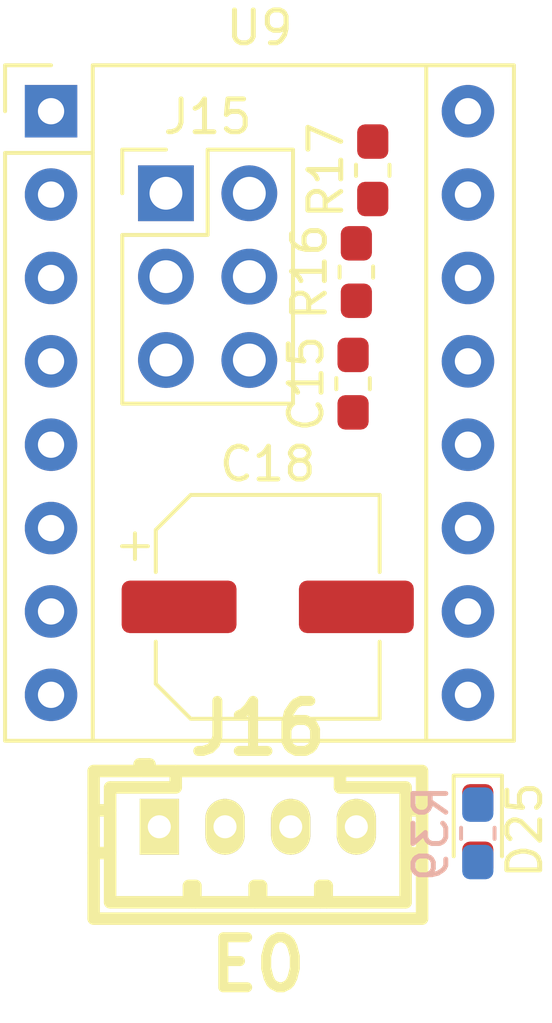
<source format=kicad_pcb>
(kicad_pcb (version 20171130) (host pcbnew 5.0.2-bee76a0~70~ubuntu18.04.1)

  (general
    (thickness 1.6)
    (drawings 0)
    (tracks 0)
    (zones 0)
    (modules 9)
    (nets 16)
  )

  (page A4)
  (layers
    (0 F.Cu signal)
    (31 B.Cu signal)
    (32 B.Adhes user)
    (33 F.Adhes user)
    (34 B.Paste user)
    (35 F.Paste user)
    (36 B.SilkS user)
    (37 F.SilkS user)
    (38 B.Mask user)
    (39 F.Mask user)
    (40 Dwgs.User user)
    (41 Cmts.User user)
    (42 Eco1.User user)
    (43 Eco2.User user)
    (44 Edge.Cuts user)
    (45 Margin user)
    (46 B.CrtYd user)
    (47 F.CrtYd user)
    (48 B.Fab user)
    (49 F.Fab user)
  )

  (setup
    (last_trace_width 0.25)
    (trace_clearance 0.2)
    (zone_clearance 0.508)
    (zone_45_only no)
    (trace_min 0.2)
    (segment_width 0.2)
    (edge_width 0.1)
    (via_size 0.8)
    (via_drill 0.4)
    (via_min_size 0.4)
    (via_min_drill 0.3)
    (uvia_size 0.3)
    (uvia_drill 0.1)
    (uvias_allowed no)
    (uvia_min_size 0.2)
    (uvia_min_drill 0.1)
    (pcb_text_width 0.3)
    (pcb_text_size 1.5 1.5)
    (mod_edge_width 0.15)
    (mod_text_size 1 1)
    (mod_text_width 0.15)
    (pad_size 1.5 1.5)
    (pad_drill 0.6)
    (pad_to_mask_clearance 0)
    (aux_axis_origin 0 0)
    (visible_elements FFFFEF7F)
    (pcbplotparams
      (layerselection 0x010fc_ffffffff)
      (usegerberextensions false)
      (usegerberattributes false)
      (usegerberadvancedattributes false)
      (creategerberjobfile false)
      (excludeedgelayer true)
      (linewidth 0.100000)
      (plotframeref false)
      (viasonmask false)
      (mode 1)
      (useauxorigin false)
      (hpglpennumber 1)
      (hpglpenspeed 20)
      (hpglpendiameter 15.000000)
      (psnegative false)
      (psa4output false)
      (plotreference true)
      (plotvalue true)
      (plotinvisibletext false)
      (padsonsilk false)
      (subtractmaskfromsilk false)
      (outputformat 1)
      (mirror false)
      (drillshape 1)
      (scaleselection 1)
      (outputdirectory ""))
  )

  (net 0 "")
  (net 1 "Net-(J16-Pad1)")
  (net 2 "Net-(J16-Pad3)")
  (net 3 "Net-(J16-Pad2)")
  (net 4 "Net-(J16-Pad4)")
  (net 5 /~E0_EN~)
  (net 6 GND)
  (net 7 "Net-(J15-Pad1)")
  (net 8 +3V3_STM32)
  (net 9 "Net-(J15-Pad3)")
  (net 10 "Net-(J15-Pad5)")
  (net 11 "Net-(U9-Pad5)")
  (net 12 /E0_STEP)
  (net 13 /E0_DIR)
  (net 14 +12V)
  (net 15 "Net-(D25-Pad2)")

  (net_class Default "This is the default net class."
    (clearance 0.2)
    (trace_width 0.25)
    (via_dia 0.8)
    (via_drill 0.4)
    (uvia_dia 0.3)
    (uvia_drill 0.1)
    (add_net +12V)
    (add_net +3V3_STM32)
    (add_net /E0_DIR)
    (add_net /E0_STEP)
    (add_net /~E0_EN~)
    (add_net GND)
    (add_net "Net-(D25-Pad2)")
    (add_net "Net-(J15-Pad1)")
    (add_net "Net-(J15-Pad3)")
    (add_net "Net-(J15-Pad5)")
    (add_net "Net-(J16-Pad1)")
    (add_net "Net-(J16-Pad2)")
    (add_net "Net-(J16-Pad3)")
    (add_net "Net-(J16-Pad4)")
    (add_net "Net-(U9-Pad5)")
  )

  (module Capacitor_SMD:CP_Elec_6.3x7.7 (layer F.Cu) (tedit 5BCA39D0) (tstamp 5CC88313)
    (at 11.9 30.3)
    (descr "SMD capacitor, aluminum electrolytic, Nichicon, 6.3x7.7mm")
    (tags "capacitor electrolytic")
    (path /5CC04D33)
    (attr smd)
    (fp_text reference C18 (at 0 -4.35) (layer F.SilkS)
      (effects (font (size 1 1) (thickness 0.15)))
    )
    (fp_text value CP100uf,25V (at 0 4.35) (layer F.Fab)
      (effects (font (size 1 1) (thickness 0.15)))
    )
    (fp_circle (center 0 0) (end 3.15 0) (layer F.Fab) (width 0.1))
    (fp_line (start 3.3 -3.3) (end 3.3 3.3) (layer F.Fab) (width 0.1))
    (fp_line (start -2.3 -3.3) (end 3.3 -3.3) (layer F.Fab) (width 0.1))
    (fp_line (start -2.3 3.3) (end 3.3 3.3) (layer F.Fab) (width 0.1))
    (fp_line (start -3.3 -2.3) (end -3.3 2.3) (layer F.Fab) (width 0.1))
    (fp_line (start -3.3 -2.3) (end -2.3 -3.3) (layer F.Fab) (width 0.1))
    (fp_line (start -3.3 2.3) (end -2.3 3.3) (layer F.Fab) (width 0.1))
    (fp_line (start -2.704838 -1.33) (end -2.074838 -1.33) (layer F.Fab) (width 0.1))
    (fp_line (start -2.389838 -1.645) (end -2.389838 -1.015) (layer F.Fab) (width 0.1))
    (fp_line (start 3.41 3.41) (end 3.41 1.06) (layer F.SilkS) (width 0.12))
    (fp_line (start 3.41 -3.41) (end 3.41 -1.06) (layer F.SilkS) (width 0.12))
    (fp_line (start -2.345563 -3.41) (end 3.41 -3.41) (layer F.SilkS) (width 0.12))
    (fp_line (start -2.345563 3.41) (end 3.41 3.41) (layer F.SilkS) (width 0.12))
    (fp_line (start -3.41 2.345563) (end -3.41 1.06) (layer F.SilkS) (width 0.12))
    (fp_line (start -3.41 -2.345563) (end -3.41 -1.06) (layer F.SilkS) (width 0.12))
    (fp_line (start -3.41 -2.345563) (end -2.345563 -3.41) (layer F.SilkS) (width 0.12))
    (fp_line (start -3.41 2.345563) (end -2.345563 3.41) (layer F.SilkS) (width 0.12))
    (fp_line (start -4.4375 -1.8475) (end -3.65 -1.8475) (layer F.SilkS) (width 0.12))
    (fp_line (start -4.04375 -2.24125) (end -4.04375 -1.45375) (layer F.SilkS) (width 0.12))
    (fp_line (start 3.55 -3.55) (end 3.55 -1.05) (layer F.CrtYd) (width 0.05))
    (fp_line (start 3.55 -1.05) (end 4.7 -1.05) (layer F.CrtYd) (width 0.05))
    (fp_line (start 4.7 -1.05) (end 4.7 1.05) (layer F.CrtYd) (width 0.05))
    (fp_line (start 4.7 1.05) (end 3.55 1.05) (layer F.CrtYd) (width 0.05))
    (fp_line (start 3.55 1.05) (end 3.55 3.55) (layer F.CrtYd) (width 0.05))
    (fp_line (start -2.4 3.55) (end 3.55 3.55) (layer F.CrtYd) (width 0.05))
    (fp_line (start -2.4 -3.55) (end 3.55 -3.55) (layer F.CrtYd) (width 0.05))
    (fp_line (start -3.55 2.4) (end -2.4 3.55) (layer F.CrtYd) (width 0.05))
    (fp_line (start -3.55 -2.4) (end -2.4 -3.55) (layer F.CrtYd) (width 0.05))
    (fp_line (start -3.55 -2.4) (end -3.55 -1.05) (layer F.CrtYd) (width 0.05))
    (fp_line (start -3.55 1.05) (end -3.55 2.4) (layer F.CrtYd) (width 0.05))
    (fp_line (start -3.55 -1.05) (end -4.7 -1.05) (layer F.CrtYd) (width 0.05))
    (fp_line (start -4.7 -1.05) (end -4.7 1.05) (layer F.CrtYd) (width 0.05))
    (fp_line (start -4.7 1.05) (end -3.55 1.05) (layer F.CrtYd) (width 0.05))
    (fp_text user %R (at 0 0) (layer F.Fab)
      (effects (font (size 1 1) (thickness 0.15)))
    )
    (pad 1 smd roundrect (at -2.7 0) (size 3.5 1.6) (layers F.Cu F.Paste F.Mask) (roundrect_rratio 0.15625)
      (net 14 +12V))
    (pad 2 smd roundrect (at 2.7 0) (size 3.5 1.6) (layers F.Cu F.Paste F.Mask) (roundrect_rratio 0.15625)
      (net 6 GND))
    (model ${KISYS3DMOD}/Capacitor_SMD.3dshapes/CP_Elec_6.3x7.7.wrl
      (at (xyz 0 0 0))
      (scale (xyz 1 1 1))
      (rotate (xyz 0 0 0))
    )
  )

  (module Capacitor_SMD:C_0603_1608Metric_Pad1.05x0.95mm_HandSolder (layer F.Cu) (tedit 5B301BBE) (tstamp 5CC882EB)
    (at 14.5 23.5 90)
    (descr "Capacitor SMD 0603 (1608 Metric), square (rectangular) end terminal, IPC_7351 nominal with elongated pad for handsoldering. (Body size source: http://www.tortai-tech.com/upload/download/2011102023233369053.pdf), generated with kicad-footprint-generator")
    (tags "capacitor handsolder")
    (path /5CC8EC71)
    (attr smd)
    (fp_text reference C15 (at 0 -1.43 90) (layer F.SilkS)
      (effects (font (size 1 1) (thickness 0.15)))
    )
    (fp_text value C104,0603 (at 0 1.43 90) (layer F.Fab)
      (effects (font (size 1 1) (thickness 0.15)))
    )
    (fp_line (start -0.8 0.4) (end -0.8 -0.4) (layer F.Fab) (width 0.1))
    (fp_line (start -0.8 -0.4) (end 0.8 -0.4) (layer F.Fab) (width 0.1))
    (fp_line (start 0.8 -0.4) (end 0.8 0.4) (layer F.Fab) (width 0.1))
    (fp_line (start 0.8 0.4) (end -0.8 0.4) (layer F.Fab) (width 0.1))
    (fp_line (start -0.171267 -0.51) (end 0.171267 -0.51) (layer F.SilkS) (width 0.12))
    (fp_line (start -0.171267 0.51) (end 0.171267 0.51) (layer F.SilkS) (width 0.12))
    (fp_line (start -1.65 0.73) (end -1.65 -0.73) (layer F.CrtYd) (width 0.05))
    (fp_line (start -1.65 -0.73) (end 1.65 -0.73) (layer F.CrtYd) (width 0.05))
    (fp_line (start 1.65 -0.73) (end 1.65 0.73) (layer F.CrtYd) (width 0.05))
    (fp_line (start 1.65 0.73) (end -1.65 0.73) (layer F.CrtYd) (width 0.05))
    (fp_text user %R (at 0 0 90) (layer F.Fab)
      (effects (font (size 0.4 0.4) (thickness 0.06)))
    )
    (pad 1 smd roundrect (at -0.875 0 90) (size 1.05 0.95) (layers F.Cu F.Paste F.Mask) (roundrect_rratio 0.25)
      (net 6 GND))
    (pad 2 smd roundrect (at 0.875 0 90) (size 1.05 0.95) (layers F.Cu F.Paste F.Mask) (roundrect_rratio 0.25)
      (net 8 +3V3_STM32))
    (model ${KISYS3DMOD}/Capacitor_SMD.3dshapes/C_0603_1608Metric.wrl
      (at (xyz 0 0 0))
      (scale (xyz 1 1 1))
      (rotate (xyz 0 0 0))
    )
  )

  (module Connector_PinHeader_2.54mm:PinHeader_2x03_P2.54mm_Vertical (layer F.Cu) (tedit 59FED5CC) (tstamp 5CC882DA)
    (at 8.8 17.7)
    (descr "Through hole straight pin header, 2x03, 2.54mm pitch, double rows")
    (tags "Through hole pin header THT 2x03 2.54mm double row")
    (path /5CC04CDD)
    (fp_text reference J15 (at 1.27 -2.33) (layer F.SilkS)
      (effects (font (size 1 1) (thickness 0.15)))
    )
    (fp_text value MS_SELECT (at 1.27 7.41) (layer F.Fab)
      (effects (font (size 1 1) (thickness 0.15)))
    )
    (fp_line (start 0 -1.27) (end 3.81 -1.27) (layer F.Fab) (width 0.1))
    (fp_line (start 3.81 -1.27) (end 3.81 6.35) (layer F.Fab) (width 0.1))
    (fp_line (start 3.81 6.35) (end -1.27 6.35) (layer F.Fab) (width 0.1))
    (fp_line (start -1.27 6.35) (end -1.27 0) (layer F.Fab) (width 0.1))
    (fp_line (start -1.27 0) (end 0 -1.27) (layer F.Fab) (width 0.1))
    (fp_line (start -1.33 6.41) (end 3.87 6.41) (layer F.SilkS) (width 0.12))
    (fp_line (start -1.33 1.27) (end -1.33 6.41) (layer F.SilkS) (width 0.12))
    (fp_line (start 3.87 -1.33) (end 3.87 6.41) (layer F.SilkS) (width 0.12))
    (fp_line (start -1.33 1.27) (end 1.27 1.27) (layer F.SilkS) (width 0.12))
    (fp_line (start 1.27 1.27) (end 1.27 -1.33) (layer F.SilkS) (width 0.12))
    (fp_line (start 1.27 -1.33) (end 3.87 -1.33) (layer F.SilkS) (width 0.12))
    (fp_line (start -1.33 0) (end -1.33 -1.33) (layer F.SilkS) (width 0.12))
    (fp_line (start -1.33 -1.33) (end 0 -1.33) (layer F.SilkS) (width 0.12))
    (fp_line (start -1.8 -1.8) (end -1.8 6.85) (layer F.CrtYd) (width 0.05))
    (fp_line (start -1.8 6.85) (end 4.35 6.85) (layer F.CrtYd) (width 0.05))
    (fp_line (start 4.35 6.85) (end 4.35 -1.8) (layer F.CrtYd) (width 0.05))
    (fp_line (start 4.35 -1.8) (end -1.8 -1.8) (layer F.CrtYd) (width 0.05))
    (fp_text user %R (at 1.27 2.54 90) (layer F.Fab)
      (effects (font (size 1 1) (thickness 0.15)))
    )
    (pad 1 thru_hole rect (at 0 0) (size 1.7 1.7) (drill 1) (layers *.Cu *.Mask)
      (net 7 "Net-(J15-Pad1)"))
    (pad 2 thru_hole oval (at 2.54 0) (size 1.7 1.7) (drill 1) (layers *.Cu *.Mask)
      (net 8 +3V3_STM32))
    (pad 3 thru_hole oval (at 0 2.54) (size 1.7 1.7) (drill 1) (layers *.Cu *.Mask)
      (net 9 "Net-(J15-Pad3)"))
    (pad 4 thru_hole oval (at 2.54 2.54) (size 1.7 1.7) (drill 1) (layers *.Cu *.Mask)
      (net 8 +3V3_STM32))
    (pad 5 thru_hole oval (at 0 5.08) (size 1.7 1.7) (drill 1) (layers *.Cu *.Mask)
      (net 10 "Net-(J15-Pad5)"))
    (pad 6 thru_hole oval (at 2.54 5.08) (size 1.7 1.7) (drill 1) (layers *.Cu *.Mask)
      (net 8 +3V3_STM32))
    (model ${KISYS3DMOD}/Connector_PinHeader_2.54mm.3dshapes/PinHeader_2x03_P2.54mm_Vertical.wrl
      (at (xyz 0 0 0))
      (scale (xyz 1 1 1))
      (rotate (xyz 0 0 0))
    )
  )

  (module LED_SMD:LED_0603_1608Metric_Pad1.05x0.95mm_HandSolder (layer F.Cu) (tedit 5B4B45C9) (tstamp 5CC882BE)
    (at 18.3 37.1 270)
    (descr "LED SMD 0603 (1608 Metric), square (rectangular) end terminal, IPC_7351 nominal, (Body size source: http://www.tortai-tech.com/upload/download/2011102023233369053.pdf), generated with kicad-footprint-generator")
    (tags "LED handsolder")
    (path /5CC4C265)
    (attr smd)
    (fp_text reference D25 (at 0 -1.43 270) (layer F.SilkS)
      (effects (font (size 1 1) (thickness 0.15)))
    )
    (fp_text value LED_BLUE,0603 (at 0 1.43 270) (layer F.Fab)
      (effects (font (size 1 1) (thickness 0.15)))
    )
    (fp_line (start 0.8 -0.4) (end -0.5 -0.4) (layer F.Fab) (width 0.1))
    (fp_line (start -0.5 -0.4) (end -0.8 -0.1) (layer F.Fab) (width 0.1))
    (fp_line (start -0.8 -0.1) (end -0.8 0.4) (layer F.Fab) (width 0.1))
    (fp_line (start -0.8 0.4) (end 0.8 0.4) (layer F.Fab) (width 0.1))
    (fp_line (start 0.8 0.4) (end 0.8 -0.4) (layer F.Fab) (width 0.1))
    (fp_line (start 0.8 -0.735) (end -1.66 -0.735) (layer F.SilkS) (width 0.12))
    (fp_line (start -1.66 -0.735) (end -1.66 0.735) (layer F.SilkS) (width 0.12))
    (fp_line (start -1.66 0.735) (end 0.8 0.735) (layer F.SilkS) (width 0.12))
    (fp_line (start -1.65 0.73) (end -1.65 -0.73) (layer F.CrtYd) (width 0.05))
    (fp_line (start -1.65 -0.73) (end 1.65 -0.73) (layer F.CrtYd) (width 0.05))
    (fp_line (start 1.65 -0.73) (end 1.65 0.73) (layer F.CrtYd) (width 0.05))
    (fp_line (start 1.65 0.73) (end -1.65 0.73) (layer F.CrtYd) (width 0.05))
    (fp_text user %R (at 0 0 270) (layer F.Fab)
      (effects (font (size 0.4 0.4) (thickness 0.06)))
    )
    (pad 1 smd roundrect (at -0.875 0 270) (size 1.05 0.95) (layers F.Cu F.Paste F.Mask) (roundrect_rratio 0.25)
      (net 5 /~E0_EN~))
    (pad 2 smd roundrect (at 0.875 0 270) (size 1.05 0.95) (layers F.Cu F.Paste F.Mask) (roundrect_rratio 0.25)
      (net 15 "Net-(D25-Pad2)"))
    (model ${KISYS3DMOD}/LED_SMD.3dshapes/LED_0603_1608Metric.wrl
      (at (xyz 0 0 0))
      (scale (xyz 1 1 1))
      (rotate (xyz 0 0 0))
    )
  )

  (module Resistor_SMD:R_0603_1608Metric_Pad1.05x0.95mm_HandSolder (layer B.Cu) (tedit 5B301BBD) (tstamp 5CC882AB)
    (at 18.3 37.2 270)
    (descr "Resistor SMD 0603 (1608 Metric), square (rectangular) end terminal, IPC_7351 nominal with elongated pad for handsoldering. (Body size source: http://www.tortai-tech.com/upload/download/2011102023233369053.pdf), generated with kicad-footprint-generator")
    (tags "resistor handsolder")
    (path /5CC4C25E)
    (attr smd)
    (fp_text reference R39 (at 0 1.43 270) (layer B.SilkS)
      (effects (font (size 1 1) (thickness 0.15)) (justify mirror))
    )
    (fp_text value R102,0603 (at 0 -1.43 270) (layer B.Fab)
      (effects (font (size 1 1) (thickness 0.15)) (justify mirror))
    )
    (fp_line (start -0.8 -0.4) (end -0.8 0.4) (layer B.Fab) (width 0.1))
    (fp_line (start -0.8 0.4) (end 0.8 0.4) (layer B.Fab) (width 0.1))
    (fp_line (start 0.8 0.4) (end 0.8 -0.4) (layer B.Fab) (width 0.1))
    (fp_line (start 0.8 -0.4) (end -0.8 -0.4) (layer B.Fab) (width 0.1))
    (fp_line (start -0.171267 0.51) (end 0.171267 0.51) (layer B.SilkS) (width 0.12))
    (fp_line (start -0.171267 -0.51) (end 0.171267 -0.51) (layer B.SilkS) (width 0.12))
    (fp_line (start -1.65 -0.73) (end -1.65 0.73) (layer B.CrtYd) (width 0.05))
    (fp_line (start -1.65 0.73) (end 1.65 0.73) (layer B.CrtYd) (width 0.05))
    (fp_line (start 1.65 0.73) (end 1.65 -0.73) (layer B.CrtYd) (width 0.05))
    (fp_line (start 1.65 -0.73) (end -1.65 -0.73) (layer B.CrtYd) (width 0.05))
    (fp_text user %R (at 0 0 270) (layer B.Fab)
      (effects (font (size 0.4 0.4) (thickness 0.06)) (justify mirror))
    )
    (pad 1 smd roundrect (at -0.875 0 270) (size 1.05 0.95) (layers B.Cu B.Paste B.Mask) (roundrect_rratio 0.25)
      (net 8 +3V3_STM32))
    (pad 2 smd roundrect (at 0.875 0 270) (size 1.05 0.95) (layers B.Cu B.Paste B.Mask) (roundrect_rratio 0.25)
      (net 15 "Net-(D25-Pad2)"))
    (model ${KISYS3DMOD}/Resistor_SMD.3dshapes/R_0603_1608Metric.wrl
      (at (xyz 0 0 0))
      (scale (xyz 1 1 1))
      (rotate (xyz 0 0 0))
    )
  )

  (module Resistor_SMD:R_0603_1608Metric_Pad1.05x0.95mm_HandSolder (layer F.Cu) (tedit 5B301BBD) (tstamp 5CC8829A)
    (at 15.1 17 90)
    (descr "Resistor SMD 0603 (1608 Metric), square (rectangular) end terminal, IPC_7351 nominal with elongated pad for handsoldering. (Body size source: http://www.tortai-tech.com/upload/download/2011102023233369053.pdf), generated with kicad-footprint-generator")
    (tags "resistor handsolder")
    (path /5CC04CC7)
    (attr smd)
    (fp_text reference R17 (at 0 -1.43 90) (layer F.SilkS)
      (effects (font (size 1 1) (thickness 0.15)))
    )
    (fp_text value R103,0603 (at 0 1.43 90) (layer F.Fab)
      (effects (font (size 1 1) (thickness 0.15)))
    )
    (fp_text user %R (at 0 0 90) (layer F.Fab)
      (effects (font (size 0.4 0.4) (thickness 0.06)))
    )
    (fp_line (start 1.65 0.73) (end -1.65 0.73) (layer F.CrtYd) (width 0.05))
    (fp_line (start 1.65 -0.73) (end 1.65 0.73) (layer F.CrtYd) (width 0.05))
    (fp_line (start -1.65 -0.73) (end 1.65 -0.73) (layer F.CrtYd) (width 0.05))
    (fp_line (start -1.65 0.73) (end -1.65 -0.73) (layer F.CrtYd) (width 0.05))
    (fp_line (start -0.171267 0.51) (end 0.171267 0.51) (layer F.SilkS) (width 0.12))
    (fp_line (start -0.171267 -0.51) (end 0.171267 -0.51) (layer F.SilkS) (width 0.12))
    (fp_line (start 0.8 0.4) (end -0.8 0.4) (layer F.Fab) (width 0.1))
    (fp_line (start 0.8 -0.4) (end 0.8 0.4) (layer F.Fab) (width 0.1))
    (fp_line (start -0.8 -0.4) (end 0.8 -0.4) (layer F.Fab) (width 0.1))
    (fp_line (start -0.8 0.4) (end -0.8 -0.4) (layer F.Fab) (width 0.1))
    (pad 2 smd roundrect (at 0.875 0 90) (size 1.05 0.95) (layers F.Cu F.Paste F.Mask) (roundrect_rratio 0.25)
      (net 5 /~E0_EN~))
    (pad 1 smd roundrect (at -0.875 0 90) (size 1.05 0.95) (layers F.Cu F.Paste F.Mask) (roundrect_rratio 0.25)
      (net 8 +3V3_STM32))
    (model ${KISYS3DMOD}/Resistor_SMD.3dshapes/R_0603_1608Metric.wrl
      (at (xyz 0 0 0))
      (scale (xyz 1 1 1))
      (rotate (xyz 0 0 0))
    )
  )

  (module Resistor_SMD:R_0603_1608Metric_Pad1.05x0.95mm_HandSolder (layer F.Cu) (tedit 5B301BBD) (tstamp 5CC88289)
    (at 14.6 20.1 90)
    (descr "Resistor SMD 0603 (1608 Metric), square (rectangular) end terminal, IPC_7351 nominal with elongated pad for handsoldering. (Body size source: http://www.tortai-tech.com/upload/download/2011102023233369053.pdf), generated with kicad-footprint-generator")
    (tags "resistor handsolder")
    (path /5CC04CD4)
    (attr smd)
    (fp_text reference R16 (at 0 -1.43 90) (layer F.SilkS)
      (effects (font (size 1 1) (thickness 0.15)))
    )
    (fp_text value R104,0603 (at 0 1.43 90) (layer F.Fab)
      (effects (font (size 1 1) (thickness 0.15)))
    )
    (fp_line (start -0.8 0.4) (end -0.8 -0.4) (layer F.Fab) (width 0.1))
    (fp_line (start -0.8 -0.4) (end 0.8 -0.4) (layer F.Fab) (width 0.1))
    (fp_line (start 0.8 -0.4) (end 0.8 0.4) (layer F.Fab) (width 0.1))
    (fp_line (start 0.8 0.4) (end -0.8 0.4) (layer F.Fab) (width 0.1))
    (fp_line (start -0.171267 -0.51) (end 0.171267 -0.51) (layer F.SilkS) (width 0.12))
    (fp_line (start -0.171267 0.51) (end 0.171267 0.51) (layer F.SilkS) (width 0.12))
    (fp_line (start -1.65 0.73) (end -1.65 -0.73) (layer F.CrtYd) (width 0.05))
    (fp_line (start -1.65 -0.73) (end 1.65 -0.73) (layer F.CrtYd) (width 0.05))
    (fp_line (start 1.65 -0.73) (end 1.65 0.73) (layer F.CrtYd) (width 0.05))
    (fp_line (start 1.65 0.73) (end -1.65 0.73) (layer F.CrtYd) (width 0.05))
    (fp_text user %R (at 0 0 90) (layer F.Fab)
      (effects (font (size 0.4 0.4) (thickness 0.06)))
    )
    (pad 1 smd roundrect (at -0.875 0 90) (size 1.05 0.95) (layers F.Cu F.Paste F.Mask) (roundrect_rratio 0.25)
      (net 6 GND))
    (pad 2 smd roundrect (at 0.875 0 90) (size 1.05 0.95) (layers F.Cu F.Paste F.Mask) (roundrect_rratio 0.25)
      (net 7 "Net-(J15-Pad1)"))
    (model ${KISYS3DMOD}/Resistor_SMD.3dshapes/R_0603_1608Metric.wrl
      (at (xyz 0 0 0))
      (scale (xyz 1 1 1))
      (rotate (xyz 0 0 0))
    )
  )

  (module footprint-lib:Pololu_Breakout-16_15.2x20.3mm (layer F.Cu) (tedit 5BFD989B) (tstamp 5CC88278)
    (at 5.3 15.2)
    (descr "Pololu Breakout 16-pin 15.2x20.3mm 0.6x0.8\\")
    (tags "Pololu Breakout")
    (path /5CC04CC2)
    (fp_text reference U9 (at 6.35 -2.54) (layer F.SilkS)
      (effects (font (size 1 1) (thickness 0.15)))
    )
    (fp_text value A4988_MODULE (at 6.35 20.17) (layer F.Fab)
      (effects (font (size 1 1) (thickness 0.15)))
    )
    (fp_text user %R (at 6.35 0) (layer F.Fab)
      (effects (font (size 1 1) (thickness 0.15)))
    )
    (fp_line (start 11.43 -1.4) (end 11.43 19.18) (layer F.SilkS) (width 0.12))
    (fp_line (start 1.27 1.27) (end 1.27 19.18) (layer F.SilkS) (width 0.12))
    (fp_line (start 0 -1.4) (end -1.4 -1.4) (layer F.SilkS) (width 0.12))
    (fp_line (start -1.4 -1.4) (end -1.4 0) (layer F.SilkS) (width 0.12))
    (fp_line (start 1.27 -1.4) (end 1.27 1.27) (layer F.SilkS) (width 0.12))
    (fp_line (start 1.27 1.27) (end -1.4 1.27) (layer F.SilkS) (width 0.12))
    (fp_line (start -1.4 1.27) (end -1.4 19.18) (layer F.SilkS) (width 0.12))
    (fp_line (start -1.4 19.18) (end 14.1 19.18) (layer F.SilkS) (width 0.12))
    (fp_line (start 14.1 19.18) (end 14.1 -1.4) (layer F.SilkS) (width 0.12))
    (fp_line (start 14.1 -1.4) (end 1.27 -1.4) (layer F.SilkS) (width 0.12))
    (fp_line (start -1.27 0) (end 0 -1.27) (layer F.Fab) (width 0.1))
    (fp_line (start 0 -1.27) (end 13.97 -1.27) (layer F.Fab) (width 0.1))
    (fp_line (start 13.97 -1.27) (end 13.97 19.05) (layer F.Fab) (width 0.1))
    (fp_line (start 13.97 19.05) (end -1.27 19.05) (layer F.Fab) (width 0.1))
    (fp_line (start -1.27 19.05) (end -1.27 0) (layer F.Fab) (width 0.1))
    (fp_line (start -1.53 -1.52) (end 14.21 -1.52) (layer F.CrtYd) (width 0.05))
    (fp_line (start -1.53 -1.52) (end -1.53 19.3) (layer F.CrtYd) (width 0.05))
    (fp_line (start 14.21 19.3) (end 14.21 -1.52) (layer F.CrtYd) (width 0.05))
    (fp_line (start 14.21 19.3) (end -1.53 19.3) (layer F.CrtYd) (width 0.05))
    (pad 1 thru_hole rect (at 0 0) (size 1.6 1.6) (drill 0.8) (layers *.Cu *.Mask)
      (net 5 /~E0_EN~))
    (pad 9 thru_hole oval (at 12.7 17.78) (size 1.6 1.6) (drill 0.8) (layers *.Cu *.Mask)
      (net 6 GND))
    (pad 2 thru_hole oval (at 0 2.54) (size 1.6 1.6) (drill 0.8) (layers *.Cu *.Mask)
      (net 7 "Net-(J15-Pad1)"))
    (pad 10 thru_hole oval (at 12.7 15.24) (size 1.6 1.6) (drill 0.8) (layers *.Cu *.Mask)
      (net 8 +3V3_STM32))
    (pad 3 thru_hole oval (at 0 5.08) (size 1.6 1.6) (drill 0.8) (layers *.Cu *.Mask)
      (net 9 "Net-(J15-Pad3)"))
    (pad 11 thru_hole oval (at 12.7 12.7) (size 1.6 1.6) (drill 0.8) (layers *.Cu *.Mask)
      (net 4 "Net-(J16-Pad4)"))
    (pad 4 thru_hole oval (at 0 7.62) (size 1.6 1.6) (drill 0.8) (layers *.Cu *.Mask)
      (net 10 "Net-(J15-Pad5)"))
    (pad 12 thru_hole oval (at 12.7 10.16) (size 1.6 1.6) (drill 0.8) (layers *.Cu *.Mask)
      (net 2 "Net-(J16-Pad3)"))
    (pad 5 thru_hole oval (at 0 10.16) (size 1.6 1.6) (drill 0.8) (layers *.Cu *.Mask)
      (net 11 "Net-(U9-Pad5)"))
    (pad 13 thru_hole oval (at 12.7 7.62) (size 1.6 1.6) (drill 0.8) (layers *.Cu *.Mask)
      (net 3 "Net-(J16-Pad2)"))
    (pad 6 thru_hole oval (at 0 12.7) (size 1.6 1.6) (drill 0.8) (layers *.Cu *.Mask)
      (net 11 "Net-(U9-Pad5)"))
    (pad 14 thru_hole oval (at 12.7 5.08) (size 1.6 1.6) (drill 0.8) (layers *.Cu *.Mask)
      (net 1 "Net-(J16-Pad1)"))
    (pad 7 thru_hole oval (at 0 15.24) (size 1.6 1.6) (drill 0.8) (layers *.Cu *.Mask)
      (net 12 /E0_STEP))
    (pad 15 thru_hole oval (at 12.7 2.54) (size 1.6 1.6) (drill 0.8) (layers *.Cu *.Mask)
      (net 6 GND))
    (pad 8 thru_hole oval (at 0 17.78) (size 1.6 1.6) (drill 0.8) (layers *.Cu *.Mask)
      (net 13 /E0_DIR))
    (pad 16 thru_hole oval (at 12.7 0) (size 1.6 1.6) (drill 0.8) (layers *.Cu *.Mask)
      (net 14 +12V))
    (model ${KISYS3DMOD}/Module.3dshapes/Pololu_Breakout-16_15.2x20.3mm.wrl
      (at (xyz 0 0 0))
      (scale (xyz 1 1 1))
      (rotate (xyz 0 0 0))
    )
    (model /home/logic/_workspace/kicad/kicad_library/kicad-packages3d/3d_con_pcb/conF_08.wrl
      (offset (xyz 0 -9 -0.5))
      (scale (xyz 1 1 1))
      (rotate (xyz 0 0 90))
    )
    (model /home/logic/_workspace/kicad/kicad_library/kicad-packages3d/3d_con_pcb/conF_08.wrl
      (offset (xyz 12.5 -9 -0.5))
      (scale (xyz 1 1 1))
      (rotate (xyz 0 0 90))
    )
    (model "/home/logic/_workspace/kicad/kicad_library/kicad-packages3d/A4988 one body.step"
      (offset (xyz 6.5 -9 10.5))
      (scale (xyz 1 1 1))
      (rotate (xyz 0 0 0))
    )
  )

  (module footprint-lib:b4b-ph-kl,stepper_terminal (layer F.Cu) (tedit 0) (tstamp 5CC88250)
    (at 11.6 37)
    (descr "JST PH series connector, B4B-PH-KL")
    (path /5CC04D00)
    (fp_text reference J16 (at 0 -2.99974) (layer F.SilkS)
      (effects (font (size 1.524 1.524) (thickness 0.3048)))
    )
    (fp_text value E0 (at 0 4.20116) (layer F.SilkS)
      (effects (font (size 1.524 1.524) (thickness 0.3048)))
    )
    (fp_line (start 0.09906 1.80086) (end 0.09906 2.30124) (layer F.SilkS) (width 0.381))
    (fp_line (start -0.09906 1.80086) (end 0.09906 1.80086) (layer F.SilkS) (width 0.381))
    (fp_line (start -0.09906 2.30124) (end -0.09906 1.80086) (layer F.SilkS) (width 0.381))
    (fp_line (start -5.00126 2.79908) (end 5.00126 2.79908) (layer F.SilkS) (width 0.381))
    (fp_line (start 4.50088 2.30124) (end -4.50088 2.30124) (layer F.SilkS) (width 0.381))
    (fp_line (start -5.00126 -1.69926) (end 5.00126 -1.69926) (layer F.SilkS) (width 0.381))
    (fp_line (start -1.90246 1.80086) (end -1.90246 2.30124) (layer F.SilkS) (width 0.381))
    (fp_line (start -2.10058 1.80086) (end -1.90246 1.80086) (layer F.SilkS) (width 0.381))
    (fp_line (start -2.10058 2.30124) (end -2.10058 1.80086) (layer F.SilkS) (width 0.381))
    (fp_line (start 1.89992 2.30124) (end 1.89992 1.80086) (layer F.SilkS) (width 0.381))
    (fp_line (start 1.89992 1.80086) (end 2.09804 1.80086) (layer F.SilkS) (width 0.381))
    (fp_line (start 2.09804 1.80086) (end 2.09804 2.30124) (layer F.SilkS) (width 0.381))
    (fp_line (start 5.00126 -0.50038) (end 4.50088 -0.50038) (layer F.SilkS) (width 0.381))
    (fp_line (start 4.50088 0.8001) (end 5.00126 0.8001) (layer F.SilkS) (width 0.381))
    (fp_line (start -4.50088 0.8001) (end -5.00126 0.8001) (layer F.SilkS) (width 0.381))
    (fp_line (start -4.50088 -0.50038) (end -5.00126 -0.50038) (layer F.SilkS) (width 0.381))
    (fp_line (start -2.5019 -1.69926) (end -2.5019 -1.19888) (layer F.SilkS) (width 0.381))
    (fp_line (start -2.5019 -1.19888) (end -4.50088 -1.19888) (layer F.SilkS) (width 0.381))
    (fp_line (start -4.50088 -1.19888) (end -4.50088 2.30124) (layer F.SilkS) (width 0.381))
    (fp_line (start 4.50088 2.30124) (end 4.50088 -1.19888) (layer F.SilkS) (width 0.381))
    (fp_line (start 4.50088 -1.19888) (end 2.5019 -1.19888) (layer F.SilkS) (width 0.381))
    (fp_line (start 2.5019 -1.19888) (end 2.5019 -1.69926) (layer F.SilkS) (width 0.381))
    (fp_line (start -5.00126 -1.69926) (end -5.00126 2.79908) (layer F.SilkS) (width 0.381))
    (fp_line (start 5.00126 -1.69926) (end 5.00126 2.79908) (layer F.SilkS) (width 0.381))
    (fp_line (start -3.302 -1.69926) (end -3.302 -1.89992) (layer F.SilkS) (width 0.381))
    (fp_line (start -3.302 -1.89992) (end -3.60172 -1.89992) (layer F.SilkS) (width 0.381))
    (fp_line (start -3.60172 -1.89992) (end -3.60172 -1.69926) (layer F.SilkS) (width 0.381))
    (pad 1 thru_hole rect (at -3.00228 0) (size 1.19888 1.69926) (drill 0.70104) (layers *.Cu *.Mask F.SilkS)
      (net 1 "Net-(J16-Pad1)"))
    (pad 3 thru_hole oval (at 1.00076 0) (size 1.19888 1.69926) (drill 0.70104) (layers *.Cu *.Mask F.SilkS)
      (net 2 "Net-(J16-Pad3)"))
    (pad 2 thru_hole oval (at -1.00076 0) (size 1.19888 1.69926) (drill 0.70104) (layers *.Cu *.Mask F.SilkS)
      (net 3 "Net-(J16-Pad2)"))
    (pad 4 thru_hole oval (at 2.99974 0) (size 1.19888 1.69926) (drill 0.70104) (layers *.Cu *.Mask F.SilkS)
      (net 4 "Net-(J16-Pad4)"))
    (model ${HOME}/_workspace/kicad/kicad_library/smisioto-footprints/modules/packages3d/walter/conn_jst-ph/b4b-ph-kl.wrl
      (at (xyz 0 0 0))
      (scale (xyz 1 1 1))
      (rotate (xyz 0 0 0))
    )
  )

)

</source>
